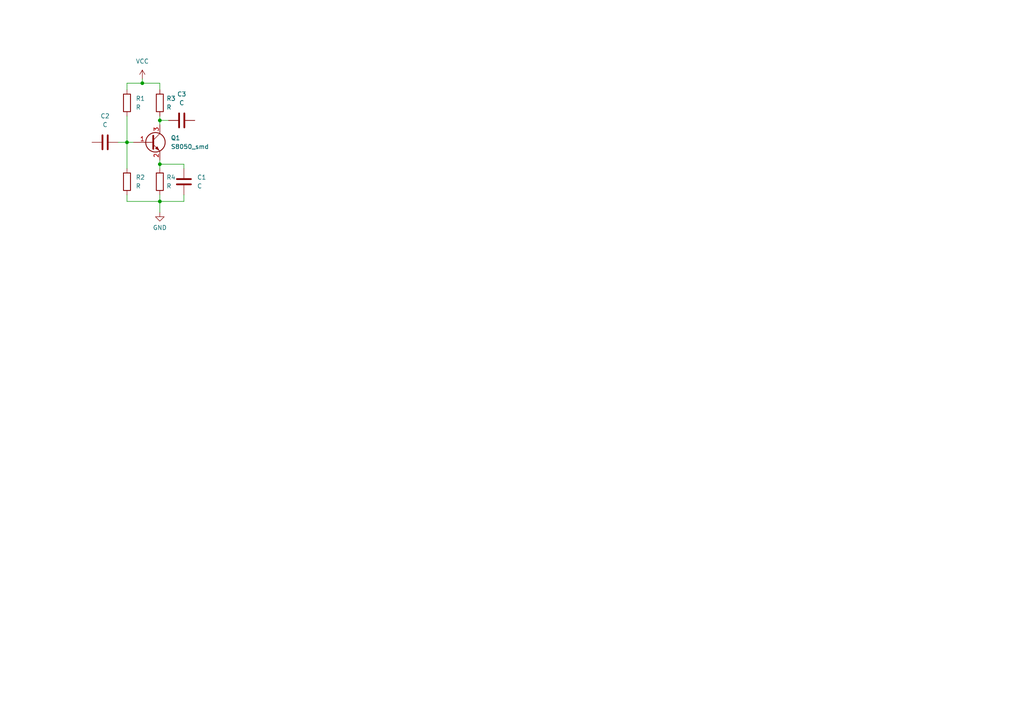
<source format=kicad_sch>
(kicad_sch (version 20231120) (generator "eeschema") (generator_version "8.0")
  (paper "A4")
  (lib_symbols
    (symbol "Connector_Generic:Conn_01x10" (pin_names (offset 1.016) hide)
      (property "Reference" "J" (at 0 12.7 0))
      (property "Value" "Conn_01x10" (at 0 -15.24 0))
      (symbol "Conn_01x10_1_1"
        (rectangle (start -1.27 -12.573) (end 0 -12.827) (stroke (width 0.1524)))
        (rectangle (start -1.27 -10.033) (end 0 -10.287) (stroke (width 0.1524)))
        (rectangle (start -1.27 -7.493) (end 0 -7.747) (stroke (width 0.1524)))
        (rectangle (start -1.27 -4.953) (end 0 -5.207) (stroke (width 0.1524)))
        (rectangle (start -1.27 -2.413) (end 0 -2.667) (stroke (width 0.1524)))
        (rectangle (start -1.27 0.127) (end 0 -0.127) (stroke (width 0.1524)))
        (rectangle (start -1.27 2.667) (end 0 2.413) (stroke (width 0.1524)))
        (rectangle (start -1.27 5.207) (end 0 4.953) (stroke (width 0.1524)))
        (rectangle (start -1.27 7.747) (end 0 7.493) (stroke (width 0.1524)))
        (rectangle (start -1.27 10.287) (end 0 10.033) (stroke (width 0.1524)))
        (rectangle (start -1.27 11.43) (end 1.27 -13.97) (stroke (width 0.254)) (fill (type background)))
        (pin passive line (at -5.08 10.16 0) (length 3.81) (name "Pin_1") (number "1"))
        (pin passive line (at -5.08 -12.7 0) (length 3.81) (name "Pin_10") (number "10"))
        (pin passive line (at -5.08 7.62 0) (length 3.81) (name "Pin_2") (number "2"))
        (pin passive line (at -5.08 5.08 0) (length 3.81) (name "Pin_3") (number "3"))
        (pin passive line (at -5.08 2.54 0) (length 3.81) (name "Pin_4") (number "4"))
        (pin passive line (at -5.08 0 0) (length 3.81) (name "Pin_5") (number "5"))
        (pin passive line (at -5.08 -2.54 0) (length 3.81) (name "Pin_6") (number "6"))
        (pin passive line (at -5.08 -5.08 0) (length 3.81) (name "Pin_7") (number "7"))
        (pin passive line (at -5.08 -7.62 0) (length 3.81) (name "Pin_8") (number "8"))
        (pin passive line (at -5.08 -10.16 0) (length 3.81) (name "Pin_9") (number "9"))
      )
    )
    (symbol "Device:C" (pin_numbers hide) (pin_names (offset 0.254))
      (property "Reference" "C" (at 0.635 2.54 0))
      (property "Value" "C" (at 0.635 -2.54 0))
      (symbol "C_0_1"
        (polyline (pts (xy -2.032 -0.762) (xy 2.032 -0.762)) (stroke (width 0.508)))
        (polyline (pts (xy -2.032 0.762) (xy 2.032 0.762)) (stroke (width 0.508)))
      )
      (symbol "C_1_1"
        (pin passive line (at 0 3.81 270) (length 2.794) (name "~") (number "1"))
        (pin passive line (at 0 -3.81 90) (length 2.794) (name "~") (number "2"))
      )
    )
    (symbol "Device:R" (pin_numbers hide) (pin_names (offset 0))
      (property "Reference" "R" (at 2.032 0 90))
      (property "Value" "R" (at 0 0 90))
      (symbol "R_0_1"
        (rectangle (start -1.016 -2.54) (end 1.016 2.54) (stroke (width 0.254)))
      )
      (symbol "R_1_1"
        (pin passive line (at 0 3.81 270) (length 1.27) (name "~") (number "1"))
        (pin passive line (at 0 -3.81 90) (length 1.27) (name "~") (number "2"))
      )
    )
    (symbol "aadhunix:S8050_smd" (pin_names (offset 0) hide)
      (property "Reference" "Q" (at 5.08 1.905 0))
      (property "Value" "S8050_smd" (at 5.08 0 0))
      (symbol "S8050_smd_0_1"
        (polyline (pts (xy 0 0) (xy 0.635 0)))
        (polyline (pts (xy 0.635 0.635) (xy 2.54 2.54)))
        (polyline (pts (xy 0.635 -0.635) (xy 2.54 -2.54) (xy 2.54 -2.54)))
        (polyline (pts (xy 0.635 1.905) (xy 0.635 -1.905) (xy 0.635 -1.905)) (stroke (width 0.508)))
        (polyline (pts (xy 1.27 -1.778) (xy 1.778 -1.27) (xy 2.286 -2.286) (xy 1.27 -1.778) (xy 1.27 -1.778)) (fill (type outline)))
        (circle (center 1.27 0) (radius 2.8194) (stroke (width 0.254)))
      )
      (symbol "S8050_smd_1_1"
        (pin input line (at -5.08 0 0) (length 5.08) (name "B") (number "1"))
        (pin passive line (at 2.54 -5.08 90) (length 2.54) (name "E") (number "2"))
        (pin passive line (at 2.54 5.08 270) (length 2.54) (name "C") (number "3"))
      )
    )
    (symbol "power:GND" (power) (pin_numbers hide) (pin_names (offset 0) hide)
      (property "Value" "GND" (at 0 -3.81 0))
      (symbol "GND_0_1"
        (polyline (pts (xy 0 0) (xy 0 -1.27) (xy 1.27 -1.27) (xy 0 -2.54) (xy -1.27 -1.27) (xy 0 -1.27)))
      )
      (symbol "GND_1_1"
        (pin power_in line (at 0 0 270) (length 0) (name "~") (number "1"))
      )
    )
    (symbol "power:VCC" (power) (pin_numbers hide) (pin_names (offset 0) hide)
      (property "Value" "VCC" (at 0 3.556 0))
      (symbol "VCC_0_1"
        (polyline (pts (xy -0.762 1.27) (xy 0 2.54)))
        (polyline (pts (xy 0 0) (xy 0 2.54)))
        (polyline (pts (xy 0 2.54) (xy 0.762 1.27)))
      )
      (symbol "VCC_1_1"
        (pin power_in line (at 0 0 90) (length 0) (name "~") (number "1"))
      )
    )
  )
  (junction (at 46.355 58.42))
  (junction (at 36.83 41.275))
  (junction (at 46.355 47.625))
  (junction (at 46.355 34.925))
  (junction (at 41.275 24.13))
  (wire (pts (xy 46.355 58.42) (xy 53.34 58.42)))
  (wire (pts (xy 41.275 24.13) (xy 46.355 24.13)))
  (wire (pts (xy 36.83 41.275) (xy 38.735 41.275)))
  (wire (pts (xy 46.355 47.625) (xy 53.34 47.625)))
  (wire (pts (xy 36.83 56.515) (xy 36.83 58.42)))
  (wire (pts (xy 46.355 34.925) (xy 48.895 34.925)))
  (wire (pts (xy 36.83 41.275) (xy 36.83 48.895)))
  (wire (pts (xy 46.355 46.355) (xy 46.355 47.625)))
  (wire (pts (xy 36.83 24.13) (xy 41.275 24.13)))
  (wire (pts (xy 46.355 24.13) (xy 46.355 26.035)))
  (wire (pts (xy 46.355 56.515) (xy 46.355 58.42)))
  (wire (pts (xy 53.34 47.625) (xy 53.34 48.895)))
  (wire (pts (xy 41.275 22.86) (xy 41.275 24.13)))
  (wire (pts (xy 46.355 33.655) (xy 46.355 34.925)))
  (wire (pts (xy 36.83 26.035) (xy 36.83 24.13)))
  (wire (pts (xy 53.34 58.42) (xy 53.34 56.515)))
  (wire (pts (xy 36.83 58.42) (xy 46.355 58.42)))
  (wire (pts (xy 46.355 34.925) (xy 46.355 36.195)))
  (wire (pts (xy 36.83 33.655) (xy 36.83 41.275)))
  (wire (pts (xy 46.355 58.42) (xy 46.355 61.595)))
  (wire (pts (xy 34.29 41.275) (xy 36.83 41.275)))
  (wire (pts (xy 46.355 47.625) (xy 46.355 48.895)))
  (rectangle (start -227.965 -1.27) (end -110.49 570.23) (fill (type color) (color 194 194 194 1)))
  (symbol (lib_id "Connector_Generic:Conn_01x10") (at -139.065 400.685 90) (unit 1) (exclude_from_sim yes) (in_bom no)
    (property "Reference" "J109" (at -137.795 394.335 90))
    (property "Value" "Conn_01x10" (at -137.795 396.875 90))
    (property "Footprint" "perfboard_x1:mypad_100_plain" (effects (hide yes)))
    (property "Description" "Generic connector, single row, 01x10, script generated (kicad-library-utils/schlib/autogen/connector/)" (effects (hide yes)))
  )
  (symbol (lib_id "Connector_Generic:Conn_01x10") (at -137.795 524.51 90) (unit 1) (exclude_from_sim yes) (in_bom no)
    (property "Reference" "J118" (at -136.525 518.16 90))
    (property "Value" "Conn_01x10" (at -136.525 520.7 90))
    (property "Footprint" "perfboard_x1:mypad_100_plain" (effects (hide yes)))
    (property "Description" "Generic connector, single row, 01x10, script generated (kicad-library-utils/schlib/autogen/connector/)" (effects (hide yes)))
  )
  (symbol (lib_id "Connector_Generic:Conn_01x10") (at -142.24 85.09 90) (unit 1) (exclude_from_sim yes) (in_bom no)
    (property "Reference" "J86" (at -140.97 78.74 90))
    (property "Value" "Conn_01x10" (at -140.97 81.28 90))
    (property "Footprint" "perfboard_x1:mypad_100_plain" (effects (hide yes)))
    (property "Description" "Generic connector, single row, 01x10, script generated (kicad-library-utils/schlib/autogen/connector/)" (effects (hide yes)))
  )
  (symbol (lib_id "Connector_Generic:Conn_01x10") (at -140.335 304.165 90) (unit 1) (exclude_from_sim yes) (in_bom no)
    (property "Reference" "J102" (at -139.065 297.815 90))
    (property "Value" "Conn_01x10" (at -139.065 300.355 90))
    (property "Footprint" "perfboard_x1:mypad_100_plain" (effects (hide yes)))
    (property "Description" "Generic connector, single row, 01x10, script generated (kicad-library-utils/schlib/autogen/connector/)" (effects (hide yes)))
  )
  (symbol (lib_id "Connector_Generic:Conn_01x10") (at -170.815 153.67 90) (unit 1) (exclude_from_sim yes) (in_bom no)
    (property "Reference" "J51" (at -169.545 147.32 90))
    (property "Value" "Conn_01x10" (at -169.545 149.86 90))
    (property "Footprint" "perfboard_x1:mypad_100_plain" (effects (hide yes)))
    (property "Description" "Generic connector, single row, 01x10, script generated (kicad-library-utils/schlib/autogen/connector/)" (effects (hide yes)))
  )
  (symbol (lib_id "Connector_Generic:Conn_01x10") (at -167.64 509.905 90) (unit 1) (exclude_from_sim yes) (in_bom no)
    (property "Reference" "J77" (at -166.37 503.555 90))
    (property "Value" "Conn_01x10" (at -166.37 506.095 90))
    (property "Footprint" "perfboard_x1:mypad_100_plain" (effects (hide yes)))
    (property "Description" "Generic connector, single row, 01x10, script generated (kicad-library-utils/schlib/autogen/connector/)" (effects (hide yes)))
  )
  (symbol (lib_id "Connector_Generic:Conn_01x10") (at -167.64 495.935 90) (unit 1) (exclude_from_sim yes) (in_bom no)
    (property "Reference" "J76" (at -166.37 489.585 90))
    (property "Value" "Conn_01x10" (at -166.37 492.125 90))
    (property "Footprint" "perfboard_x1:mypad_100_plain" (effects (hide yes)))
    (property "Description" "Generic connector, single row, 01x10, script generated (kicad-library-utils/schlib/autogen/connector/)" (effects (hide yes)))
  )
  (symbol (lib_id "Connector_Generic:Conn_01x10") (at -142.24 71.755 90) (unit 1) (exclude_from_sim yes) (in_bom no)
    (property "Reference" "J85" (at -140.97 65.405 90))
    (property "Value" "Conn_01x10" (at -140.97 67.945 90))
    (property "Footprint" "perfboard_x1:mypad_100_plain" (effects (hide yes)))
    (property "Description" "Generic connector, single row, 01x10, script generated (kicad-library-utils/schlib/autogen/connector/)" (effects (hide yes)))
  )
  (symbol (lib_id "Connector_Generic:Conn_01x10") (at -139.7 386.715 90) (unit 1) (exclude_from_sim yes) (in_bom no)
    (property "Reference" "J108" (at -138.43 380.365 90))
    (property "Value" "Conn_01x10" (at -138.43 382.905 90))
    (property "Footprint" "perfboard_x1:mypad_100_plain" (effects (hide yes)))
    (property "Description" "Generic connector, single row, 01x10, script generated (kicad-library-utils/schlib/autogen/connector/)" (effects (hide yes)))
  )
  (symbol (lib_id "Connector_Generic:Conn_01x10") (at -170.18 236.22 90) (unit 1) (exclude_from_sim yes) (in_bom no)
    (property "Reference" "J57" (at -168.91 229.87 90))
    (property "Value" "Conn_01x10" (at -168.91 232.41 90))
    (property "Footprint" "perfboard_x1:mypad_100_plain" (effects (hide yes)))
    (property "Description" "Generic connector, single row, 01x10, script generated (kicad-library-utils/schlib/autogen/connector/)" (effects (hide yes)))
  )
  (symbol (lib_id "Connector_Generic:Conn_01x10") (at -199.39 262.89 90) (unit 1) (exclude_from_sim yes) (in_bom no)
    (property "Reference" "J19" (at -198.12 256.54 90))
    (property "Value" "Conn_01x10" (at -198.12 259.08 90))
    (property "Footprint" "perfboard_x1:mypad_100_plain" (effects (hide yes)))
    (property "Description" "Generic connector, single row, 01x10, script generated (kicad-library-utils/schlib/autogen/connector/)" (effects (hide yes)))
  )
  (symbol (lib_id "Connector_Generic:Conn_01x10") (at -199.39 194.945 90) (unit 1) (exclude_from_sim yes) (in_bom no)
    (property "Reference" "J14" (at -198.12 188.595 90))
    (property "Value" "Conn_01x10" (at -198.12 191.135 90))
    (property "Footprint" "perfboard_x1:mypad_100_plain" (effects (hide yes)))
    (property "Description" "Generic connector, single row, 01x10, script generated (kicad-library-utils/schlib/autogen/connector/)" (effects (hide yes)))
  )
  (symbol (lib_id "Device:R") (at 46.355 29.845 0) (unit 1)
    (property "Reference" "R3" (at 48.26 28.5749 0) (effects (justify left)))
    (property "Value" "R" (at 48.26 31.1149 0) (effects (justify left)))
    (property "Footprint" "Resistor_SMD:R_1206_3216Metric" (effects (hide yes)))
    (property "Description" "Resistor" (effects (hide yes)))
  )
  (symbol (lib_id "Connector_Generic:Conn_01x10") (at -197.485 427.355 90) (unit 1) (exclude_from_sim yes) (in_bom no)
    (property "Reference" "J31" (at -196.215 421.005 90))
    (property "Value" "Conn_01x10" (at -196.215 423.545 90))
    (property "Footprint" "perfboard_x1:mypad_100_plain" (effects (hide yes)))
    (property "Description" "Generic connector, single row, 01x10, script generated (kicad-library-utils/schlib/autogen/connector/)" (effects (hide yes)))
  )
  (symbol (lib_id "Connector_Generic:Conn_01x10") (at -196.85 482.6 90) (unit 1) (exclude_from_sim yes) (in_bom no)
    (property "Reference" "J35" (at -195.58 476.25 90))
    (property "Value" "Conn_01x10" (at -195.58 478.79 90))
    (property "Footprint" "perfboard_x1:mypad_100_plain" (effects (hide yes)))
    (property "Description" "Generic connector, single row, 01x10, script generated (kicad-library-utils/schlib/autogen/connector/)" (effects (hide yes)))
  )
  (symbol (lib_id "Connector_Generic:Conn_01x10") (at -199.39 208.28 90) (unit 1) (exclude_from_sim yes) (in_bom no)
    (property "Reference" "J15" (at -198.12 201.93 90))
    (property "Value" "Conn_01x10" (at -198.12 204.47 90))
    (property "Footprint" "perfboard_x1:mypad_100_plain" (effects (hide yes)))
    (property "Description" "Generic connector, single row, 01x10, script generated (kicad-library-utils/schlib/autogen/connector/)" (effects (hide yes)))
  )
  (symbol (lib_id "Connector_Generic:Conn_01x10") (at -199.39 236.22 90) (unit 1) (exclude_from_sim yes) (in_bom no)
    (property "Reference" "J17" (at -198.12 229.87 90))
    (property "Value" "Conn_01x10" (at -198.12 232.41 90))
    (property "Footprint" "perfboard_x1:mypad_100_plain" (effects (hide yes)))
    (property "Description" "Generic connector, single row, 01x10, script generated (kicad-library-utils/schlib/autogen/connector/)" (effects (hide yes)))
  )
  (symbol (lib_id "Connector_Generic:Conn_01x10") (at -172.085 30.48 90) (unit 1) (exclude_from_sim yes) (in_bom no)
    (property "Reference" "J42" (at -170.815 24.13 90))
    (property "Value" "Conn_01x10" (at -170.815 26.67 90))
    (property "Footprint" "perfboard_x1:mypad_100_plain" (effects (hide yes)))
    (property "Description" "Generic connector, single row, 01x10, script generated (kicad-library-utils/schlib/autogen/connector/)" (effects (hide yes)))
  )
  (symbol (lib_id "Connector_Generic:Conn_01x10") (at -196.215 537.845 90) (unit 1) (exclude_from_sim yes) (in_bom no)
    (property "Reference" "J39" (at -194.945 531.495 90))
    (property "Value" "Conn_01x10" (at -194.945 534.035 90))
    (property "Footprint" "perfboard_x1:mypad_100_plain" (effects (hide yes)))
    (property "Description" "Generic connector, single row, 01x10, script generated (kicad-library-utils/schlib/autogen/connector/)" (effects (hide yes)))
  )
  (symbol (lib_id "Connector_Generic:Conn_01x10") (at -139.065 455.295 90) (unit 1) (exclude_from_sim yes) (in_bom no)
    (property "Reference" "J113" (at -137.795 448.945 90))
    (property "Value" "Conn_01x10" (at -137.795 451.485 90))
    (property "Footprint" "perfboard_x1:mypad_100_plain" (effects (hide yes)))
    (property "Description" "Generic connector, single row, 01x10, script generated (kicad-library-utils/schlib/autogen/connector/)" (effects (hide yes)))
  )
  (symbol (lib_id "Connector_Generic:Conn_01x10") (at -201.295 43.815 90) (unit 1) (exclude_from_sim yes) (in_bom no)
    (property "Reference" "J3" (at -200.025 37.465 90))
    (property "Value" "Conn_01x10" (at -200.025 40.005 90))
    (property "Footprint" "perfboard_x1:mypad_100_plain" (effects (hide yes)))
    (property "Description" "Generic connector, single row, 01x10, script generated (kicad-library-utils/schlib/autogen/connector/)" (effects (hide yes)))
  )
  (symbol (lib_id "Connector_Generic:Conn_01x10") (at -197.485 414.02 90) (unit 1) (exclude_from_sim yes) (in_bom no)
    (property "Reference" "J30" (at -196.215 407.67 90))
    (property "Value" "Conn_01x10" (at -196.215 410.21 90))
    (property "Footprint" "perfboard_x1:mypad_100_plain" (effects (hide yes)))
    (property "Description" "Generic connector, single row, 01x10, script generated (kicad-library-utils/schlib/autogen/connector/)" (effects (hide yes)))
  )
  (symbol (lib_id "Connector_Generic:Conn_01x10") (at -141.605 127 90) (unit 1) (exclude_from_sim yes) (in_bom no)
    (property "Reference" "J89" (at -140.335 120.65 90))
    (property "Value" "Conn_01x10" (at -140.335 123.19 90))
    (property "Footprint" "perfboard_x1:mypad_100_plain" (effects (hide yes)))
    (property "Description" "Generic connector, single row, 01x10, script generated (kicad-library-utils/schlib/autogen/connector/)" (effects (hide yes)))
  )
  (symbol (lib_id "Connector_Generic:Conn_01x10") (at -168.91 359.41 90) (unit 1) (exclude_from_sim yes) (in_bom no)
    (property "Reference" "J66" (at -167.64 353.06 90))
    (property "Value" "Conn_01x10" (at -167.64 355.6 90))
    (property "Footprint" "perfboard_x1:mypad_100_plain" (effects (hide yes)))
    (property "Description" "Generic connector, single row, 01x10, script generated (kicad-library-utils/schlib/autogen/connector/)" (effects (hide yes)))
  )
  (symbol (lib_id "Connector_Generic:Conn_01x10") (at -167.64 482.6 90) (unit 1) (exclude_from_sim yes) (in_bom no)
    (property "Reference" "J75" (at -166.37 476.25 90))
    (property "Value" "Conn_01x10" (at -166.37 478.79 90))
    (property "Footprint" "perfboard_x1:mypad_100_plain" (effects (hide yes)))
    (property "Description" "Generic connector, single row, 01x10, script generated (kicad-library-utils/schlib/autogen/connector/)" (effects (hide yes)))
  )
  (symbol (lib_id "Connector_Generic:Conn_01x10") (at -138.43 509.905 90) (unit 1) (exclude_from_sim yes) (in_bom no)
    (property "Reference" "J117" (at -137.16 503.555 90))
    (property "Value" "Conn_01x10" (at -137.16 506.095 90))
    (property "Footprint" "perfboard_x1:mypad_100_plain" (effects (hide yes)))
    (property "Description" "Generic connector, single row, 01x10, script generated (kicad-library-utils/schlib/autogen/connector/)" (effects (hide yes)))
  )
  (symbol (lib_id "Connector_Generic:Conn_01x10") (at -169.545 331.47 90) (unit 1) (exclude_from_sim yes) (in_bom no)
    (property "Reference" "J64" (at -168.275 325.12 90))
    (property "Value" "Conn_01x10" (at -168.275 327.66 90))
    (property "Footprint" "perfboard_x1:mypad_100_plain" (effects (hide yes)))
    (property "Description" "Generic connector, single row, 01x10, script generated (kicad-library-utils/schlib/autogen/connector/)" (effects (hide yes)))
  )
  (symbol (lib_id "Connector_Generic:Conn_01x10") (at -170.18 276.86 90) (unit 1) (exclude_from_sim yes) (in_bom no)
    (property "Reference" "J60" (at -168.91 270.51 90))
    (property "Value" "Conn_01x10" (at -168.91 273.05 90))
    (property "Footprint" "perfboard_x1:mypad_100_plain" (effects (hide yes)))
    (property "Description" "Generic connector, single row, 01x10, script generated (kicad-library-utils/schlib/autogen/connector/)" (effects (hide yes)))
  )
  (symbol (lib_id "Connector_Generic:Conn_01x10") (at -168.91 372.745 90) (unit 1) (exclude_from_sim yes) (in_bom no)
    (property "Reference" "J67" (at -167.64 366.395 90))
    (property "Value" "Conn_01x10" (at -167.64 368.935 90))
    (property "Footprint" "perfboard_x1:mypad_100_plain" (effects (hide yes)))
    (property "Description" "Generic connector, single row, 01x10, script generated (kicad-library-utils/schlib/autogen/connector/)" (effects (hide yes)))
  )
  (symbol (lib_id "Connector_Generic:Conn_01x10") (at -170.18 181.61 90) (unit 1) (exclude_from_sim yes) (in_bom no)
    (property "Reference" "J53" (at -168.91 175.26 90))
    (property "Value" "Conn_01x10" (at -168.91 177.8 90))
    (property "Footprint" "perfboard_x1:mypad_100_plain" (effects (hide yes)))
    (property "Description" "Generic connector, single row, 01x10, script generated (kicad-library-utils/schlib/autogen/connector/)" (effects (hide yes)))
  )
  (symbol (lib_id "Connector_Generic:Conn_01x10") (at -167.005 524.51 90) (unit 1) (exclude_from_sim yes) (in_bom no)
    (property "Reference" "J78" (at -165.735 518.16 90))
    (property "Value" "Conn_01x10" (at -165.735 520.7 90))
    (property "Footprint" "perfboard_x1:mypad_100_plain" (effects (hide yes)))
    (property "Description" "Generic connector, single row, 01x10, script generated (kicad-library-utils/schlib/autogen/connector/)" (effects (hide yes)))
  )
  (symbol (lib_id "Device:R") (at 36.83 29.845 0) (unit 1)
    (property "Reference" "R1" (at 39.37 28.5749 0) (effects (justify left)))
    (property "Value" "R" (at 39.37 31.1149 0) (effects (justify left)))
    (property "Footprint" "Resistor_SMD:R_1206_3216Metric" (effects (hide yes)))
    (property "Description" "Resistor" (effects (hide yes)))
  )
  (symbol (lib_id "Connector_Generic:Conn_01x10") (at -140.335 290.83 90) (unit 1) (exclude_from_sim yes) (in_bom no)
    (property "Reference" "J101" (at -139.065 284.48 90))
    (property "Value" "Conn_01x10" (at -139.065 287.02 90))
    (property "Footprint" "perfboard_x1:mypad_100_plain" (effects (hide yes)))
    (property "Description" "Generic connector, single row, 01x10, script generated (kicad-library-utils/schlib/autogen/connector/)" (effects (hide yes)))
  )
  (symbol (lib_id "Connector_Generic:Conn_01x10") (at -167.64 469.265 90) (unit 1) (exclude_from_sim yes) (in_bom no)
    (property "Reference" "J74" (at -166.37 462.915 90))
    (property "Value" "Conn_01x10" (at -166.37 465.455 90))
    (property "Footprint" "perfboard_x1:mypad_100_plain" (effects (hide yes)))
    (property "Description" "Generic connector, single row, 01x10, script generated (kicad-library-utils/schlib/autogen/connector/)" (effects (hide yes)))
  )
  (symbol (lib_id "Connector_Generic:Conn_01x10") (at -198.755 304.165 90) (unit 1) (exclude_from_sim yes) (in_bom no)
    (property "Reference" "J22" (at -197.485 297.815 90))
    (property "Value" "Conn_01x10" (at -197.485 300.355 90))
    (property "Footprint" "perfboard_x1:mypad_100_plain" (effects (hide yes)))
    (property "Description" "Generic connector, single row, 01x10, script generated (kicad-library-utils/schlib/autogen/connector/)" (effects (hide yes)))
  )
  (symbol (lib_id "Connector_Generic:Conn_01x10") (at -168.275 414.02 90) (unit 1) (exclude_from_sim yes) (in_bom no)
    (property "Reference" "J70" (at -167.005 407.67 90))
    (property "Value" "Conn_01x10" (at -167.005 410.21 90))
    (property "Footprint" "perfboard_x1:mypad_100_plain" (effects (hide yes)))
    (property "Description" "Generic connector, single row, 01x10, script generated (kicad-library-utils/schlib/autogen/connector/)" (effects (hide yes)))
  )
  (symbol (lib_id "Connector_Generic:Conn_01x10") (at -140.97 194.945 90) (unit 1) (exclude_from_sim yes) (in_bom no)
    (property "Reference" "J94" (at -139.7 188.595 90))
    (property "Value" "Conn_01x10" (at -139.7 191.135 90))
    (property "Footprint" "perfboard_x1:mypad_100_plain" (effects (hide yes)))
    (property "Description" "Generic connector, single row, 01x10, script generated (kicad-library-utils/schlib/autogen/connector/)" (effects (hide yes)))
  )
  (symbol (lib_id "Connector_Generic:Conn_01x10") (at -139.065 441.325 90) (unit 1) (exclude_from_sim yes) (in_bom no)
    (property "Reference" "J112" (at -137.795 434.975 90))
    (property "Value" "Conn_01x10" (at -137.795 437.515 90))
    (property "Footprint" "perfboard_x1:mypad_100_plain" (effects (hide yes)))
    (property "Description" "Generic connector, single row, 01x10, script generated (kicad-library-utils/schlib/autogen/connector/)" (effects (hide yes)))
  )
  (symbol (lib_id "Connector_Generic:Conn_01x10") (at -196.85 469.265 90) (unit 1) (exclude_from_sim yes) (in_bom no)
    (property "Reference" "J34" (at -195.58 462.915 90))
    (property "Value" "Conn_01x10" (at -195.58 465.455 90))
    (property "Footprint" "perfboard_x1:mypad_100_plain" (effects (hide yes)))
    (property "Description" "Generic connector, single row, 01x10, script generated (kicad-library-utils/schlib/autogen/connector/)" (effects (hide yes)))
  )
  (symbol (lib_id "Connector_Generic:Conn_01x10") (at -140.97 262.89 90) (unit 1) (exclude_from_sim yes) (in_bom no)
    (property "Reference" "J99" (at -139.7 256.54 90))
    (property "Value" "Conn_01x10" (at -139.7 259.08 90))
    (property "Footprint" "perfboard_x1:mypad_100_plain" (effects (hide yes)))
    (property "Description" "Generic connector, single row, 01x10, script generated (kicad-library-utils/schlib/autogen/connector/)" (effects (hide yes)))
  )
  (symbol (lib_id "Connector_Generic:Conn_01x10") (at -197.485 441.325 90) (unit 1) (exclude_from_sim yes) (in_bom no)
    (property "Reference" "J32" (at -196.215 434.975 90))
    (property "Value" "Conn_01x10" (at -196.215 437.515 90))
    (property "Footprint" "perfboard_x1:mypad_100_plain" (effects (hide yes)))
    (property "Description" "Generic connector, single row, 01x10, script generated (kicad-library-utils/schlib/autogen/connector/)" (effects (hide yes)))
  )
  (symbol (lib_id "Connector_Generic:Conn_01x10") (at -200.66 71.755 90) (unit 1) (exclude_from_sim yes) (in_bom no)
    (property "Reference" "J5" (at -199.39 65.405 90))
    (property "Value" "Conn_01x10" (at -199.39 67.945 90))
    (property "Footprint" "perfboard_x1:mypad_100_plain" (effects (hide yes)))
    (property "Description" "Generic connector, single row, 01x10, script generated (kicad-library-utils/schlib/autogen/connector/)" (effects (hide yes)))
  )
  (symbol (lib_id "Connector_Generic:Conn_01x10") (at -201.295 17.145 90) (unit 1) (exclude_from_sim yes) (in_bom no)
    (property "Reference" "J1" (at -200.025 10.795 90))
    (property "Value" "Conn_01x10" (at -200.025 13.335 90))
    (property "Footprint" "perfboard_x1:mypad_100_plain" (effects (hide yes)))
    (property "Description" "Generic connector, single row, 01x10, script generated (kicad-library-utils/schlib/autogen/connector/)" (effects (hide yes)))
  )
  (symbol (lib_id "Connector_Generic:Conn_01x10") (at -197.485 400.685 90) (unit 1) (exclude_from_sim yes) (in_bom no)
    (property "Reference" "J29" (at -196.215 394.335 90))
    (property "Value" "Conn_01x10" (at -196.215 396.875 90))
    (property "Footprint" "perfboard_x1:mypad_100_plain" (effects (hide yes)))
    (property "Description" "Generic connector, single row, 01x10, script generated (kicad-library-utils/schlib/autogen/connector/)" (effects (hide yes)))
  )
  (symbol (lib_id "Device:C") (at 53.34 52.705 0) (unit 1)
    (property "Reference" "C1" (at 57.15 51.4349 0) (effects (justify left)))
    (property "Value" "C" (at 57.15 53.9749 0) (effects (justify left)))
    (property "Footprint" "Capacitor_SMD:C_1206_3216Metric" (effects (hide yes)))
    (property "Description" "Unpolarized capacitor" (effects (hide yes)))
  )
  (symbol (lib_id "Connector_Generic:Conn_01x10") (at -168.91 386.715 90) (unit 1) (exclude_from_sim yes) (in_bom no)
    (property "Reference" "J68" (at -167.64 380.365 90))
    (property "Value" "Conn_01x10" (at -167.64 382.905 90))
    (property "Footprint" "perfboard_x1:mypad_100_plain" (effects (hide yes)))
    (property "Description" "Generic connector, single row, 01x10, script generated (kicad-library-utils/schlib/autogen/connector/)" (effects (hide yes)))
  )
  (symbol (lib_id "Connector_Generic:Conn_01x10") (at -170.18 249.555 90) (unit 1) (exclude_from_sim yes) (in_bom no)
    (property "Reference" "J58" (at -168.91 243.205 90))
    (property "Value" "Conn_01x10" (at -168.91 245.745 90))
    (property "Footprint" "perfboard_x1:mypad_100_plain" (effects (hide yes)))
    (property "Description" "Generic connector, single row, 01x10, script generated (kicad-library-utils/schlib/autogen/connector/)" (effects (hide yes)))
  )
  (symbol (lib_id "Connector_Generic:Conn_01x10") (at -196.85 495.935 90) (unit 1) (exclude_from_sim yes) (in_bom no)
    (property "Reference" "J36" (at -195.58 489.585 90))
    (property "Value" "Conn_01x10" (at -195.58 492.125 90))
    (property "Footprint" "perfboard_x1:mypad_100_plain" (effects (hide yes)))
    (property "Description" "Generic connector, single row, 01x10, script generated (kicad-library-utils/schlib/autogen/connector/)" (effects (hide yes)))
  )
  (symbol (lib_id "Connector_Generic:Conn_01x10") (at -140.97 181.61 90) (unit 1) (exclude_from_sim yes) (in_bom no)
    (property "Reference" "J93" (at -139.7 175.26 90))
    (property "Value" "Conn_01x10" (at -139.7 177.8 90))
    (property "Footprint" "perfboard_x1:mypad_100_plain" (effects (hide yes)))
    (property "Description" "Generic connector, single row, 01x10, script generated (kicad-library-utils/schlib/autogen/connector/)" (effects (hide yes)))
  )
  (symbol (lib_id "Connector_Generic:Conn_01x10") (at -198.12 359.41 90) (unit 1) (exclude_from_sim yes) (in_bom no)
    (property "Reference" "J26" (at -196.85 353.06 90))
    (property "Value" "Conn_01x10" (at -196.85 355.6 90))
    (property "Footprint" "perfboard_x1:mypad_100_plain" (effects (hide yes)))
    (property "Description" "Generic connector, single row, 01x10, script generated (kicad-library-utils/schlib/autogen/connector/)" (effects (hide yes)))
  )
  (symbol (lib_id "Connector_Generic:Conn_01x10") (at -142.875 57.785 90) (unit 1) (exclude_from_sim yes) (in_bom no)
    (property "Reference" "J84" (at -141.605 51.435 90))
    (property "Value" "Conn_01x10" (at -141.605 53.975 90))
    (property "Footprint" "perfboard_x1:mypad_100_plain" (effects (hide yes)))
    (property "Description" "Generic connector, single row, 01x10, script generated (kicad-library-utils/schlib/autogen/connector/)" (effects (hide yes)))
  )
  (symbol (lib_id "Connector_Generic:Conn_01x10") (at -168.91 346.075 90) (unit 1) (exclude_from_sim yes) (in_bom no)
    (property "Reference" "J65" (at -167.64 339.725 90))
    (property "Value" "Conn_01x10" (at -167.64 342.265 90))
    (property "Footprint" "perfboard_x1:mypad_100_plain" (effects (hide yes)))
    (property "Description" "Generic connector, single row, 01x10, script generated (kicad-library-utils/schlib/autogen/connector/)" (effects (hide yes)))
  )
  (symbol (lib_id "Connector_Generic:Conn_01x10") (at -199.39 276.86 90) (unit 1) (exclude_from_sim yes) (in_bom no)
    (property "Reference" "J20" (at -198.12 270.51 90))
    (property "Value" "Conn_01x10" (at -198.12 273.05 90))
    (property "Footprint" "perfboard_x1:mypad_100_plain" (effects (hide yes)))
    (property "Description" "Generic connector, single row, 01x10, script generated (kicad-library-utils/schlib/autogen/connector/)" (effects (hide yes)))
  )
  (symbol (lib_id "Connector_Generic:Conn_01x10") (at -167.005 537.845 90) (unit 1) (exclude_from_sim yes) (in_bom no)
    (property "Reference" "J79" (at -165.735 531.495 90))
    (property "Value" "Conn_01x10" (at -165.735 534.035 90))
    (property "Footprint" "perfboard_x1:mypad_100_plain" (effects (hide yes)))
    (property "Description" "Generic connector, single row, 01x10, script generated (kicad-library-utils/schlib/autogen/connector/)" (effects (hide yes)))
  )
  (symbol (lib_id "power:GND") (at 46.355 61.595 0) (unit 1)
    (property "Reference" "#PWR01" (effects (hide yes)))
    (property "Value" "GND" (at 46.355 66.04 0))
    (property "Description" "Power symbol creates a global label with name \"GND\" , ground" (effects (hide yes)))
  )
  (symbol (lib_id "Connector_Generic:Conn_01x10") (at -198.12 346.075 90) (unit 1) (exclude_from_sim yes) (in_bom no)
    (property "Reference" "J25" (at -196.85 339.725 90))
    (property "Value" "Conn_01x10" (at -196.85 342.265 90))
    (property "Footprint" "perfboard_x1:mypad_100_plain" (effects (hide yes)))
    (property "Description" "Generic connector, single row, 01x10, script generated (kicad-library-utils/schlib/autogen/connector/)" (effects (hide yes)))
  )
  (symbol (lib_id "Connector_Generic:Conn_01x10") (at -201.295 30.48 90) (unit 1) (exclude_from_sim yes) (in_bom no)
    (property "Reference" "J2" (at -200.025 24.13 90))
    (property "Value" "Conn_01x10" (at -200.025 26.67 90))
    (property "Footprint" "perfboard_x1:mypad_100_plain" (effects (hide yes)))
    (property "Description" "Generic connector, single row, 01x10, script generated (kicad-library-utils/schlib/autogen/connector/)" (effects (hide yes)))
  )
  (symbol (lib_id "Connector_Generic:Conn_01x10") (at -199.39 222.25 90) (unit 1) (exclude_from_sim yes) (in_bom no)
    (property "Reference" "J16" (at -198.12 215.9 90))
    (property "Value" "Conn_01x10" (at -198.12 218.44 90))
    (property "Footprint" "perfboard_x1:mypad_100_plain" (effects (hide yes)))
    (property "Description" "Generic connector, single row, 01x10, script generated (kicad-library-utils/schlib/autogen/connector/)" (effects (hide yes)))
  )
  (symbol (lib_id "Connector_Generic:Conn_01x10") (at -198.755 290.83 90) (unit 1) (exclude_from_sim yes) (in_bom no)
    (property "Reference" "J21" (at -197.485 284.48 90))
    (property "Value" "Conn_01x10" (at -197.485 287.02 90))
    (property "Footprint" "perfboard_x1:mypad_100_plain" (effects (hide yes)))
    (property "Description" "Generic connector, single row, 01x10, script generated (kicad-library-utils/schlib/autogen/connector/)" (effects (hide yes)))
  )
  (symbol (lib_id "Connector_Generic:Conn_01x10") (at -140.97 208.28 90) (unit 1) (exclude_from_sim yes) (in_bom no)
    (property "Reference" "J95" (at -139.7 201.93 90))
    (property "Value" "Conn_01x10" (at -139.7 204.47 90))
    (property "Footprint" "perfboard_x1:mypad_100_plain" (effects (hide yes)))
    (property "Description" "Generic connector, single row, 01x10, script generated (kicad-library-utils/schlib/autogen/connector/)" (effects (hide yes)))
  )
  (symbol (lib_id "Connector_Generic:Conn_01x10") (at -171.45 85.09 90) (unit 1) (exclude_from_sim yes) (in_bom no)
    (property "Reference" "J46" (at -170.18 78.74 90))
    (property "Value" "Conn_01x10" (at -170.18 81.28 90))
    (property "Footprint" "perfboard_x1:mypad_100_plain" (effects (hide yes)))
    (property "Description" "Generic connector, single row, 01x10, script generated (kicad-library-utils/schlib/autogen/connector/)" (effects (hide yes)))
  )
  (symbol (lib_id "Device:R") (at 46.355 52.705 0) (unit 1)
    (property "Reference" "R4" (at 48.26 51.4349 0) (effects (justify left)))
    (property "Value" "R" (at 48.26 53.9749 0) (effects (justify left)))
    (property "Footprint" "Resistor_SMD:R_1206_3216Metric" (effects (hide yes)))
    (property "Description" "Resistor" (effects (hide yes)))
  )
  (symbol (lib_id "Connector_Generic:Conn_01x10") (at -142.24 98.425 90) (unit 1) (exclude_from_sim yes) (in_bom no)
    (property "Reference" "J87" (at -140.97 92.075 90))
    (property "Value" "Conn_01x10" (at -140.97 94.615 90))
    (property "Footprint" "perfboard_x1:mypad_100_plain" (effects (hide yes)))
    (property "Description" "Generic connector, single row, 01x10, script generated (kicad-library-utils/schlib/autogen/connector/)" (effects (hide yes)))
  )
  (symbol (lib_id "Connector_Generic:Conn_01x10") (at -140.335 331.47 90) (unit 1) (exclude_from_sim yes) (in_bom no)
    (property "Reference" "J104" (at -139.065 325.12 90))
    (property "Value" "Conn_01x10" (at -139.065 327.66 90))
    (property "Footprint" "perfboard_x1:mypad_100_plain" (effects (hide yes)))
    (property "Description" "Generic connector, single row, 01x10, script generated (kicad-library-utils/schlib/autogen/connector/)" (effects (hide yes)))
  )
  (symbol (lib_id "Connector_Generic:Conn_01x10") (at -140.97 222.25 90) (unit 1) (exclude_from_sim yes) (in_bom no)
    (property "Reference" "J96" (at -139.7 215.9 90))
    (property "Value" "Conn_01x10" (at -139.7 218.44 90))
    (property "Footprint" "perfboard_x1:mypad_100_plain" (effects (hide yes)))
    (property "Description" "Generic connector, single row, 01x10, script generated (kicad-library-utils/schlib/autogen/connector/)" (effects (hide yes)))
  )
  (symbol (lib_id "Connector_Generic:Conn_01x10") (at -170.815 127 90) (unit 1) (exclude_from_sim yes) (in_bom no)
    (property "Reference" "J49" (at -169.545 120.65 90))
    (property "Value" "Conn_01x10" (at -169.545 123.19 90))
    (property "Footprint" "perfboard_x1:mypad_100_plain" (effects (hide yes)))
    (property "Description" "Generic connector, single row, 01x10, script generated (kicad-library-utils/schlib/autogen/connector/)" (effects (hide yes)))
  )
  (symbol (lib_id "Connector_Generic:Conn_01x10") (at -168.275 400.685 90) (unit 1) (exclude_from_sim yes) (in_bom no)
    (property "Reference" "J69" (at -167.005 394.335 90))
    (property "Value" "Conn_01x10" (at -167.005 396.875 90))
    (property "Footprint" "perfboard_x1:mypad_100_plain" (effects (hide yes)))
    (property "Description" "Generic connector, single row, 01x10, script generated (kicad-library-utils/schlib/autogen/connector/)" (effects (hide yes)))
  )
  (symbol (lib_id "Connector_Generic:Conn_01x10") (at -142.875 30.48 90) (unit 1) (exclude_from_sim yes) (in_bom no)
    (property "Reference" "J82" (at -141.605 24.13 90))
    (property "Value" "Conn_01x10" (at -141.605 26.67 90))
    (property "Footprint" "perfboard_x1:mypad_100_plain" (effects (hide yes)))
    (property "Description" "Generic connector, single row, 01x10, script generated (kicad-library-utils/schlib/autogen/connector/)" (effects (hide yes)))
  )
  (symbol (lib_id "Connector_Generic:Conn_01x10") (at -170.815 167.64 90) (unit 1) (exclude_from_sim yes) (in_bom no)
    (property "Reference" "J52" (at -169.545 161.29 90))
    (property "Value" "Conn_01x10" (at -169.545 163.83 90))
    (property "Footprint" "perfboard_x1:mypad_100_plain" (effects (hide yes)))
    (property "Description" "Generic connector, single row, 01x10, script generated (kicad-library-utils/schlib/autogen/connector/)" (effects (hide yes)))
  )
  (symbol (lib_id "Connector_Generic:Conn_01x10") (at -140.97 276.86 90) (unit 1) (exclude_from_sim yes) (in_bom no)
    (property "Reference" "J100" (at -139.7 270.51 90))
    (property "Value" "Conn_01x10" (at -139.7 273.05 90))
    (property "Footprint" "perfboard_x1:mypad_100_plain" (effects (hide yes)))
    (property "Description" "Generic connector, single row, 01x10, script generated (kicad-library-utils/schlib/autogen/connector/)" (effects (hide yes)))
  )
  (symbol (lib_id "Connector_Generic:Conn_01x10") (at -171.45 112.395 90) (unit 1) (exclude_from_sim yes) (in_bom no)
    (property "Reference" "J48" (at -170.18 106.045 90))
    (property "Value" "Conn_01x10" (at -170.18 108.585 90))
    (property "Footprint" "perfboard_x1:mypad_100_plain" (effects (hide yes)))
    (property "Description" "Generic connector, single row, 01x10, script generated (kicad-library-utils/schlib/autogen/connector/)" (effects (hide yes)))
  )
  (symbol (lib_id "Connector_Generic:Conn_01x10") (at -169.545 317.5 90) (unit 1) (exclude_from_sim yes) (in_bom no)
    (property "Reference" "J63" (at -168.275 311.15 90))
    (property "Value" "Conn_01x10" (at -168.275 313.69 90))
    (property "Footprint" "perfboard_x1:mypad_100_plain" (effects (hide yes)))
    (property "Description" "Generic connector, single row, 01x10, script generated (kicad-library-utils/schlib/autogen/connector/)" (effects (hide yes)))
  )
  (symbol (lib_id "Connector_Generic:Conn_01x10") (at -170.18 208.28 90) (unit 1) (exclude_from_sim yes) (in_bom no)
    (property "Reference" "J55" (at -168.91 201.93 90))
    (property "Value" "Conn_01x10" (at -168.91 204.47 90))
    (property "Footprint" "perfboard_x1:mypad_100_plain" (effects (hide yes)))
    (property "Description" "Generic connector, single row, 01x10, script generated (kicad-library-utils/schlib/autogen/connector/)" (effects (hide yes)))
  )
  (symbol (lib_id "Connector_Generic:Conn_01x10") (at -167.005 551.18 90) (unit 1) (exclude_from_sim yes) (in_bom no)
    (property "Reference" "J80" (at -165.735 544.83 90))
    (property "Value" "Conn_01x10" (at -165.735 547.37 90))
    (property "Footprint" "perfboard_x1:mypad_100_plain" (effects (hide yes)))
    (property "Description" "Generic connector, single row, 01x10, script generated (kicad-library-utils/schlib/autogen/connector/)" (effects (hide yes)))
  )
  (symbol (lib_id "aadhunix:S8050_smd") (at 43.815 41.275 0) (unit 1)
    (property "Reference" "Q1" (at 49.53 40.0049 0) (effects (justify left)))
    (property "Value" "S8050_smd" (at 49.53 42.5449 0) (effects (justify left)))
    (property "Footprint" "aadhunix:SOT-23_alternate_handsoldering" (effects (hide yes)))
    (property "Datasheet" "URL Empty" (effects (hide yes)))
    (property "Description" "0.1A Ic, 30V Vce, Small Signal NPN Transistor, SOT-23" (effects (hide yes)))
  )
  (symbol (lib_id "Connector_Generic:Conn_01x10") (at -170.815 140.335 90) (unit 1) (exclude_from_sim yes) (in_bom no)
    (property "Reference" "J50" (at -169.545 133.985 90))
    (property "Value" "Conn_01x10" (at -169.545 136.525 90))
    (property "Footprint" "perfboard_x1:mypad_100_plain" (effects (hide yes)))
    (property "Description" "Generic connector, single row, 01x10, script generated (kicad-library-utils/schlib/autogen/connector/)" (effects (hide yes)))
  )
  (symbol (lib_id "Connector_Generic:Conn_01x10") (at -200.025 127 90) (unit 1) (exclude_from_sim yes) (in_bom no)
    (property "Reference" "J9" (at -198.755 120.65 90))
    (property "Value" "Conn_01x10" (at -198.755 123.19 90))
    (property "Footprint" "perfboard_x1:mypad_100_plain" (effects (hide yes)))
    (property "Description" "Generic connector, single row, 01x10, script generated (kicad-library-utils/schlib/autogen/connector/)" (effects (hide yes)))
  )
  (symbol (lib_id "Connector_Generic:Conn_01x10") (at -141.605 167.64 90) (unit 1) (exclude_from_sim yes) (in_bom no)
    (property "Reference" "J92" (at -140.335 161.29 90))
    (property "Value" "Conn_01x10" (at -140.335 163.83 90))
    (property "Footprint" "perfboard_x1:mypad_100_plain" (effects (hide yes)))
    (property "Description" "Generic connector, single row, 01x10, script generated (kicad-library-utils/schlib/autogen/connector/)" (effects (hide yes)))
  )
  (symbol (lib_id "Connector_Generic:Conn_01x10") (at -172.085 57.785 90) (unit 1) (exclude_from_sim yes) (in_bom no)
    (property "Reference" "J44" (at -170.815 51.435 90))
    (property "Value" "Conn_01x10" (at -170.815 53.975 90))
    (property "Footprint" "perfboard_x1:mypad_100_plain" (effects (hide yes)))
    (property "Description" "Generic connector, single row, 01x10, script generated (kicad-library-utils/schlib/autogen/connector/)" (effects (hide yes)))
  )
  (symbol (lib_id "Connector_Generic:Conn_01x10") (at -170.18 194.945 90) (unit 1) (exclude_from_sim yes) (in_bom no)
    (property "Reference" "J54" (at -168.91 188.595 90))
    (property "Value" "Conn_01x10" (at -168.91 191.135 90))
    (property "Footprint" "perfboard_x1:mypad_100_plain" (effects (hide yes)))
    (property "Description" "Generic connector, single row, 01x10, script generated (kicad-library-utils/schlib/autogen/connector/)" (effects (hide yes)))
  )
  (symbol (lib_id "Device:C") (at 30.48 41.275 90) (unit 1)
    (property "Reference" "C2" (at 30.48 33.655 90))
    (property "Value" "C" (at 30.48 36.195 90))
    (property "Footprint" "Capacitor_SMD:C_1206_3216Metric" (effects (hide yes)))
    (property "Description" "Unpolarized capacitor" (effects (hide yes)))
  )
  (symbol (lib_id "Connector_Generic:Conn_01x10") (at -140.97 236.22 90) (unit 1) (exclude_from_sim yes) (in_bom no)
    (property "Reference" "J97" (at -139.7 229.87 90))
    (property "Value" "Conn_01x10" (at -139.7 232.41 90))
    (property "Footprint" "perfboard_x1:mypad_100_plain" (effects (hide yes)))
    (property "Description" "Generic connector, single row, 01x10, script generated (kicad-library-utils/schlib/autogen/connector/)" (effects (hide yes)))
  )
  (symbol (lib_id "Connector_Generic:Conn_01x10") (at -199.39 181.61 90) (unit 1) (exclude_from_sim yes) (in_bom no)
    (property "Reference" "J13" (at -198.12 175.26 90))
    (property "Value" "Conn_01x10" (at -198.12 177.8 90))
    (property "Footprint" "perfboard_x1:mypad_100_plain" (effects (hide yes)))
    (property "Description" "Generic connector, single row, 01x10, script generated (kicad-library-utils/schlib/autogen/connector/)" (effects (hide yes)))
  )
  (symbol (lib_id "Connector_Generic:Conn_01x10") (at -196.85 509.905 90) (unit 1) (exclude_from_sim yes) (in_bom no)
    (property "Reference" "J37" (at -195.58 503.555 90))
    (property "Value" "Conn_01x10" (at -195.58 506.095 90))
    (property "Footprint" "perfboard_x1:mypad_100_plain" (effects (hide yes)))
    (property "Description" "Generic connector, single row, 01x10, script generated (kicad-library-utils/schlib/autogen/connector/)" (effects (hide yes)))
  )
  (symbol (lib_id "Device:R") (at 36.83 52.705 0) (unit 1)
    (property "Reference" "R2" (at 39.37 51.4349 0) (effects (justify left)))
    (property "Value" "R" (at 39.37 53.9749 0) (effects (justify left)))
    (property "Footprint" "Resistor_SMD:R_1206_3216Metric" (effects (hide yes)))
    (property "Description" "Resistor" (effects (hide yes)))
  )
  (symbol (lib_id "Device:C") (at 52.705 34.925 90) (unit 1)
    (property "Reference" "C3" (at 52.705 27.305 90))
    (property "Value" "C" (at 52.705 29.845 90))
    (property "Footprint" "Capacitor_SMD:C_1206_3216Metric" (effects (hide yes)))
    (property "Description" "Unpolarized capacitor" (effects (hide yes)))
  )
  (symbol (lib_id "Connector_Generic:Conn_01x10") (at -141.605 140.335 90) (unit 1) (exclude_from_sim yes) (in_bom no)
    (property "Reference" "J90" (at -140.335 133.985 90))
    (property "Value" "Conn_01x10" (at -140.335 136.525 90))
    (property "Footprint" "perfboard_x1:mypad_100_plain" (effects (hide yes)))
    (property "Description" "Generic connector, single row, 01x10, script generated (kicad-library-utils/schlib/autogen/connector/)" (effects (hide yes)))
  )
  (symbol (lib_id "Connector_Generic:Conn_01x10") (at -200.025 140.335 90) (unit 1) (exclude_from_sim yes) (in_bom no)
    (property "Reference" "J10" (at -198.755 133.985 90))
    (property "Value" "Conn_01x10" (at -198.755 136.525 90))
    (property "Footprint" "perfboard_x1:mypad_100_plain" (effects (hide yes)))
    (property "Description" "Generic connector, single row, 01x10, script generated (kicad-library-utils/schlib/autogen/connector/)" (effects (hide yes)))
  )
  (symbol (lib_id "Connector_Generic:Conn_01x10") (at -170.18 222.25 90) (unit 1) (exclude_from_sim yes) (in_bom no)
    (property "Reference" "J56" (at -168.91 215.9 90))
    (property "Value" "Conn_01x10" (at -168.91 218.44 90))
    (property "Footprint" "perfboard_x1:mypad_100_plain" (effects (hide yes)))
    (property "Description" "Generic connector, single row, 01x10, script generated (kicad-library-utils/schlib/autogen/connector/)" (effects (hide yes)))
  )
  (symbol (lib_id "Connector_Generic:Conn_01x10") (at -139.7 359.41 90) (unit 1) (exclude_from_sim yes) (in_bom no)
    (property "Reference" "J106" (at -138.43 353.06 90))
    (property "Value" "Conn_01x10" (at -138.43 355.6 90))
    (property "Footprint" "perfboard_x1:mypad_100_plain" (effects (hide yes)))
    (property "Description" "Generic connector, single row, 01x10, script generated (kicad-library-utils/schlib/autogen/connector/)" (effects (hide yes)))
  )
  (symbol (lib_id "Connector_Generic:Conn_01x10") (at -138.43 469.265 90) (unit 1) (exclude_from_sim yes) (in_bom no)
    (property "Reference" "J114" (at -137.16 462.915 90))
    (property "Value" "Conn_01x10" (at -137.16 465.455 90))
    (property "Footprint" "perfboard_x1:mypad_100_plain" (effects (hide yes)))
    (property "Description" "Generic connector, single row, 01x10, script generated (kicad-library-utils/schlib/autogen/connector/)" (effects (hide yes)))
  )
  (symbol (lib_id "Connector_Generic:Conn_01x10") (at -168.275 427.355 90) (unit 1) (exclude_from_sim yes) (in_bom no)
    (property "Reference" "J71" (at -167.005 421.005 90))
    (property "Value" "Conn_01x10" (at -167.005 423.545 90))
    (property "Footprint" "perfboard_x1:mypad_100_plain" (effects (hide yes)))
    (property "Description" "Generic connector, single row, 01x10, script generated (kicad-library-utils/schlib/autogen/connector/)" (effects (hide yes)))
  )
  (symbol (lib_id "Connector_Generic:Conn_01x10") (at -170.18 262.89 90) (unit 1) (exclude_from_sim yes) (in_bom no)
    (property "Reference" "J59" (at -168.91 256.54 90))
    (property "Value" "Conn_01x10" (at -168.91 259.08 90))
    (property "Footprint" "perfboard_x1:mypad_100_plain" (effects (hide yes)))
    (property "Description" "Generic connector, single row, 01x10, script generated (kicad-library-utils/schlib/autogen/connector/)" (effects (hide yes)))
  )
  (symbol (lib_id "Connector_Generic:Conn_01x10") (at -198.755 317.5 90) (unit 1) (exclude_from_sim yes) (in_bom no)
    (property "Reference" "J23" (at -197.485 311.15 90))
    (property "Value" "Conn_01x10" (at -197.485 313.69 90))
    (property "Footprint" "perfboard_x1:mypad_100_plain" (effects (hide yes)))
    (property "Description" "Generic connector, single row, 01x10, script generated (kicad-library-utils/schlib/autogen/connector/)" (effects (hide yes)))
  )
  (symbol (lib_id "Connector_Generic:Conn_01x10") (at -139.7 346.075 90) (unit 1) (exclude_from_sim yes) (in_bom no)
    (property "Reference" "J105" (at -138.43 339.725 90))
    (property "Value" "Conn_01x10" (at -138.43 342.265 90))
    (property "Footprint" "perfboard_x1:mypad_100_plain" (effects (hide yes)))
    (property "Description" "Generic connector, single row, 01x10, script generated (kicad-library-utils/schlib/autogen/connector/)" (effects (hide yes)))
  )
  (symbol (lib_id "Connector_Generic:Conn_01x10") (at -172.085 43.815 90) (unit 1) (exclude_from_sim yes) (in_bom no)
    (property "Reference" "J43" (at -170.815 37.465 90))
    (property "Value" "Conn_01x10" (at -170.815 40.005 90))
    (property "Footprint" "perfboard_x1:mypad_100_plain" (effects (hide yes)))
    (property "Description" "Generic connector, single row, 01x10, script generated (kicad-library-utils/schlib/autogen/connector/)" (effects (hide yes)))
  )
  (symbol (lib_id "Connector_Generic:Conn_01x10") (at -142.875 43.815 90) (unit 1) (exclude_from_sim yes) (in_bom no)
    (property "Reference" "J83" (at -141.605 37.465 90))
    (property "Value" "Conn_01x10" (at -141.605 40.005 90))
    (property "Footprint" "perfboard_x1:mypad_100_plain" (effects (hide yes)))
    (property "Description" "Generic connector, single row, 01x10, script generated (kicad-library-utils/schlib/autogen/connector/)" (effects (hide yes)))
  )
  (symbol (lib_id "Connector_Generic:Conn_01x10") (at -137.795 551.18 90) (unit 1) (exclude_from_sim yes) (in_bom no)
    (property "Reference" "J120" (at -136.525 544.83 90))
    (property "Value" "Conn_01x10" (at -136.525 547.37 90))
    (property "Footprint" "perfboard_x1:mypad_100_plain" (effects (hide yes)))
    (property "Description" "Generic connector, single row, 01x10, script generated (kicad-library-utils/schlib/autogen/connector/)" (effects (hide yes)))
  )
  (symbol (lib_id "Connector_Generic:Conn_01x10") (at -142.875 17.145 90) (unit 1) (exclude_from_sim yes) (in_bom no)
    (property "Reference" "J81" (at -141.605 10.795 90))
    (property "Value" "Conn_01x10" (at -141.605 13.335 90))
    (property "Footprint" "perfboard_x1:mypad_100_plain" (effects (hide yes)))
    (property "Description" "Generic connector, single row, 01x10, script generated (kicad-library-utils/schlib/autogen/connector/)" (effects (hide yes)))
  )
  (symbol (lib_id "Connector_Generic:Conn_01x10") (at -139.7 372.745 90) (unit 1) (exclude_from_sim yes) (in_bom no)
    (property "Reference" "J107" (at -138.43 366.395 90))
    (property "Value" "Conn_01x10" (at -138.43 368.935 90))
    (property "Footprint" "perfboard_x1:mypad_100_plain" (effects (hide yes)))
    (property "Description" "Generic connector, single row, 01x10, script generated (kicad-library-utils/schlib/autogen/connector/)" (effects (hide yes)))
  )
  (symbol (lib_id "Connector_Generic:Conn_01x10") (at -200.025 167.64 90) (unit 1) (exclude_from_sim yes) (in_bom no)
    (property "Reference" "J12" (at -198.755 161.29 90))
    (property "Value" "Conn_01x10" (at -198.755 163.83 90))
    (property "Footprint" "perfboard_x1:mypad_100_plain" (effects (hide yes)))
    (property "Description" "Generic connector, single row, 01x10, script generated (kicad-library-utils/schlib/autogen/connector/)" (effects (hide yes)))
  )
  (symbol (lib_id "Connector_Generic:Conn_01x10") (at -168.275 441.325 90) (unit 1) (exclude_from_sim yes) (in_bom no)
    (property "Reference" "J72" (at -167.005 434.975 90))
    (property "Value" "Conn_01x10" (at -167.005 437.515 90))
    (property "Footprint" "perfboard_x1:mypad_100_plain" (effects (hide yes)))
    (property "Description" "Generic connector, single row, 01x10, script generated (kicad-library-utils/schlib/autogen/connector/)" (effects (hide yes)))
  )
  (symbol (lib_id "Connector_Generic:Conn_01x10") (at -140.335 317.5 90) (unit 1) (exclude_from_sim yes) (in_bom no)
    (property "Reference" "J103" (at -139.065 311.15 90))
    (property "Value" "Conn_01x10" (at -139.065 313.69 90))
    (property "Footprint" "perfboard_x1:mypad_100_plain" (effects (hide yes)))
    (property "Description" "Generic connector, single row, 01x10, script generated (kicad-library-utils/schlib/autogen/connector/)" (effects (hide yes)))
  )
  (symbol (lib_id "Connector_Generic:Conn_01x10") (at -196.215 551.18 90) (unit 1) (exclude_from_sim yes) (in_bom no)
    (property "Reference" "J40" (at -194.945 544.83 90))
    (property "Value" "Conn_01x10" (at -194.945 547.37 90))
    (property "Footprint" "perfboard_x1:mypad_100_plain" (effects (hide yes)))
    (property "Description" "Generic connector, single row, 01x10, script generated (kicad-library-utils/schlib/autogen/connector/)" (effects (hide yes)))
  )
  (symbol (lib_id "Connector_Generic:Conn_01x10") (at -138.43 482.6 90) (unit 1) (exclude_from_sim yes) (in_bom no)
    (property "Reference" "J115" (at -137.16 476.25 90))
    (property "Value" "Conn_01x10" (at -137.16 478.79 90))
    (property "Footprint" "perfboard_x1:mypad_100_plain" (effects (hide yes)))
    (property "Description" "Generic connector, single row, 01x10, script generated (kicad-library-utils/schlib/autogen/connector/)" (effects (hide yes)))
  )
  (symbol (lib_id "Connector_Generic:Conn_01x10") (at -196.215 524.51 90) (unit 1) (exclude_from_sim yes) (in_bom no)
    (property "Reference" "J38" (at -194.945 518.16 90))
    (property "Value" "Conn_01x10" (at -194.945 520.7 90))
    (property "Footprint" "perfboard_x1:mypad_100_plain" (effects (hide yes)))
    (property "Description" "Generic connector, single row, 01x10, script generated (kicad-library-utils/schlib/autogen/connector/)" (effects (hide yes)))
  )
  (symbol (lib_id "Connector_Generic:Conn_01x10") (at -200.025 153.67 90) (unit 1) (exclude_from_sim yes) (in_bom no)
    (property "Reference" "J11" (at -198.755 147.32 90))
    (property "Value" "Conn_01x10" (at -198.755 149.86 90))
    (property "Footprint" "perfboard_x1:mypad_100_plain" (effects (hide yes)))
    (property "Description" "Generic connector, single row, 01x10, script generated (kicad-library-utils/schlib/autogen/connector/)" (effects (hide yes)))
  )
  (symbol (lib_id "Connector_Generic:Conn_01x10") (at -141.605 153.67 90) (unit 1) (exclude_from_sim yes) (in_bom no)
    (property "Reference" "J91" (at -140.335 147.32 90))
    (property "Value" "Conn_01x10" (at -140.335 149.86 90))
    (property "Footprint" "perfboard_x1:mypad_100_plain" (effects (hide yes)))
    (property "Description" "Generic connector, single row, 01x10, script generated (kicad-library-utils/schlib/autogen/connector/)" (effects (hide yes)))
  )
  (symbol (lib_id "Connector_Generic:Conn_01x10") (at -172.085 17.145 90) (unit 1) (exclude_from_sim yes) (in_bom no)
    (property "Reference" "J41" (at -170.815 10.795 90))
    (property "Value" "Conn_01x10" (at -170.815 13.335 90))
    (property "Footprint" "perfboard_x1:mypad_100_plain" (effects (hide yes)))
    (property "Description" "Generic connector, single row, 01x10, script generated (kicad-library-utils/schlib/autogen/connector/)" (effects (hide yes)))
  )
  (symbol (lib_id "power:VCC") (at 41.275 22.86 0) (unit 1)
    (property "Reference" "#PWR02" (effects (hide yes)))
    (property "Value" "VCC" (at 41.275 17.78 0))
    (property "Description" "Power symbol creates a global label with name \"VCC\"" (effects (hide yes)))
  )
  (symbol (lib_id "Connector_Generic:Conn_01x10") (at -199.39 249.555 90) (unit 1) (exclude_from_sim yes) (in_bom no)
    (property "Reference" "J18" (at -198.12 243.205 90))
    (property "Value" "Conn_01x10" (at -198.12 245.745 90))
    (property "Footprint" "perfboard_x1:mypad_100_plain" (effects (hide yes)))
    (property "Description" "Generic connector, single row, 01x10, script generated (kicad-library-utils/schlib/autogen/connector/)" (effects (hide yes)))
  )
  (symbol (lib_id "Connector_Generic:Conn_01x10") (at -138.43 495.935 90) (unit 1) (exclude_from_sim yes) (in_bom no)
    (property "Reference" "J116" (at -137.16 489.585 90))
    (property "Value" "Conn_01x10" (at -137.16 492.125 90))
    (property "Footprint" "perfboard_x1:mypad_100_plain" (effects (hide yes)))
    (property "Description" "Generic connector, single row, 01x10, script generated (kicad-library-utils/schlib/autogen/connector/)" (effects (hide yes)))
  )
  (symbol (lib_id "Connector_Generic:Conn_01x10") (at -200.66 85.09 90) (unit 1) (exclude_from_sim yes) (in_bom no)
    (property "Reference" "J6" (at -199.39 78.74 90))
    (property "Value" "Conn_01x10" (at -199.39 81.28 90))
    (property "Footprint" "perfboard_x1:mypad_100_plain" (effects (hide yes)))
    (property "Description" "Generic connector, single row, 01x10, script generated (kicad-library-utils/schlib/autogen/connector/)" (effects (hide yes)))
  )
  (symbol (lib_id "Connector_Generic:Conn_01x10") (at -200.66 98.425 90) (unit 1) (exclude_from_sim yes) (in_bom no)
    (property "Reference" "J7" (at -199.39 92.075 90))
    (property "Value" "Conn_01x10" (at -199.39 94.615 90))
    (property "Footprint" "perfboard_x1:mypad_100_plain" (effects (hide yes)))
    (property "Description" "Generic connector, single row, 01x10, script generated (kicad-library-utils/schlib/autogen/connector/)" (effects (hide yes)))
  )
  (symbol (lib_id "Connector_Generic:Conn_01x10") (at -197.485 455.295 90) (unit 1) (exclude_from_sim yes) (in_bom no)
    (property "Reference" "J33" (at -196.215 448.945 90))
    (property "Value" "Conn_01x10" (at -196.215 451.485 90))
    (property "Footprint" "perfboard_x1:mypad_100_plain" (effects (hide yes)))
    (property "Description" "Generic connector, single row, 01x10, script generated (kicad-library-utils/schlib/autogen/connector/)" (effects (hide yes)))
  )
  (symbol (lib_id "Connector_Generic:Conn_01x10") (at -169.545 304.165 90) (unit 1) (exclude_from_sim yes) (in_bom no)
    (property "Reference" "J62" (at -168.275 297.815 90))
    (property "Value" "Conn_01x10" (at -168.275 300.355 90))
    (property "Footprint" "perfboard_x1:mypad_100_plain" (effects (hide yes)))
    (property "Description" "Generic connector, single row, 01x10, script generated (kicad-library-utils/schlib/autogen/connector/)" (effects (hide yes)))
  )
  (symbol (lib_id "Connector_Generic:Conn_01x10") (at -201.295 57.785 90) (unit 1) (exclude_from_sim yes) (in_bom no)
    (property "Reference" "J4" (at -200.025 51.435 90))
    (property "Value" "Conn_01x10" (at -200.025 53.975 90))
    (property "Footprint" "perfboard_x1:mypad_100_plain" (effects (hide yes)))
    (property "Description" "Generic connector, single row, 01x10, script generated (kicad-library-utils/schlib/autogen/connector/)" (effects (hide yes)))
  )
  (symbol (lib_id "Connector_Generic:Conn_01x10") (at -198.12 386.715 90) (unit 1) (exclude_from_sim yes) (in_bom no)
    (property "Reference" "J28" (at -196.85 380.365 90))
    (property "Value" "Conn_01x10" (at -196.85 382.905 90))
    (property "Footprint" "perfboard_x1:mypad_100_plain" (effects (hide yes)))
    (property "Description" "Generic connector, single row, 01x10, script generated (kicad-library-utils/schlib/autogen/connector/)" (effects (hide yes)))
  )
  (symbol (lib_id "Connector_Generic:Conn_01x10") (at -139.065 427.355 90) (unit 1) (exclude_from_sim yes) (in_bom no)
    (property "Reference" "J111" (at -137.795 421.005 90))
    (property "Value" "Conn_01x10" (at -137.795 423.545 90))
    (property "Footprint" "perfboard_x1:mypad_100_plain" (effects (hide yes)))
    (property "Description" "Generic connector, single row, 01x10, script generated (kicad-library-utils/schlib/autogen/connector/)" (effects (hide yes)))
  )
  (symbol (lib_id "Connector_Generic:Conn_01x10") (at -171.45 71.755 90) (unit 1) (exclude_from_sim yes) (in_bom no)
    (property "Reference" "J45" (at -170.18 65.405 90))
    (property "Value" "Conn_01x10" (at -170.18 67.945 90))
    (property "Footprint" "perfboard_x1:mypad_100_plain" (effects (hide yes)))
    (property "Description" "Generic connector, single row, 01x10, script generated (kicad-library-utils/schlib/autogen/connector/)" (effects (hide yes)))
  )
  (symbol (lib_id "Connector_Generic:Conn_01x10") (at -142.24 112.395 90) (unit 1) (exclude_from_sim yes) (in_bom no)
    (property "Reference" "J88" (at -140.97 106.045 90))
    (property "Value" "Conn_01x10" (at -140.97 108.585 90))
    (property "Footprint" "perfboard_x1:mypad_100_plain" (effects (hide yes)))
    (property "Description" "Generic connector, single row, 01x10, script generated (kicad-library-utils/schlib/autogen/connector/)" (effects (hide yes)))
  )
  (symbol (lib_id "Connector_Generic:Conn_01x10") (at -200.66 112.395 90) (unit 1) (exclude_from_sim yes) (in_bom no)
    (property "Reference" "J8" (at -199.39 106.045 90))
    (property "Value" "Conn_01x10" (at -199.39 108.585 90))
    (property "Footprint" "perfboard_x1:mypad_100_plain" (effects (hide yes)))
    (property "Description" "Generic connector, single row, 01x10, script generated (kicad-library-utils/schlib/autogen/connector/)" (effects (hide yes)))
  )
  (symbol (lib_id "Connector_Generic:Conn_01x10") (at -137.795 537.845 90) (unit 1) (exclude_from_sim yes) (in_bom no)
    (property "Reference" "J119" (at -136.525 531.495 90))
    (property "Value" "Conn_01x10" (at -136.525 534.035 90))
    (property "Footprint" "perfboard_x1:mypad_100_plain" (effects (hide yes)))
    (property "Description" "Generic connector, single row, 01x10, script generated (kicad-library-utils/schlib/autogen/connector/)" (effects (hide yes)))
  )
  (symbol (lib_id "Connector_Generic:Conn_01x10") (at -140.97 249.555 90) (unit 1) (exclude_from_sim yes) (in_bom no)
    (property "Reference" "J98" (at -139.7 243.205 90))
    (property "Value" "Conn_01x10" (at -139.7 245.745 90))
    (property "Footprint" "perfboard_x1:mypad_100_plain" (effects (hide yes)))
    (property "Description" "Generic connector, single row, 01x10, script generated (kicad-library-utils/schlib/autogen/connector/)" (effects (hide yes)))
  )
  (symbol (lib_id "Connector_Generic:Conn_01x10") (at -171.45 98.425 90) (unit 1) (exclude_from_sim yes) (in_bom no)
    (property "Reference" "J47" (at -170.18 92.075 90))
    (property "Value" "Conn_01x10" (at -170.18 94.615 90))
    (property "Footprint" "perfboard_x1:mypad_100_plain" (effects (hide yes)))
    (property "Description" "Generic connector, single row, 01x10, script generated (kicad-library-utils/schlib/autogen/connector/)" (effects (hide yes)))
  )
  (symbol (lib_id "Connector_Generic:Conn_01x10") (at -168.275 455.295 90) (unit 1) (exclude_from_sim yes) (in_bom no)
    (property "Reference" "J73" (at -167.005 448.945 90))
    (property "Value" "Conn_01x10" (at -167.005 451.485 90))
    (property "Footprint" "perfboard_x1:mypad_100_plain" (effects (hide yes)))
    (property "Description" "Generic connector, single row, 01x10, script generated (kicad-library-utils/schlib/autogen/connector/)" (effects (hide yes)))
  )
  (symbol (lib_id "Connector_Generic:Conn_01x10") (at -198.755 331.47 90) (unit 1) (exclude_from_sim yes) (in_bom no)
    (property "Reference" "J24" (at -197.485 325.12 90))
    (property "Value" "Conn_01x10" (at -197.485 327.66 90))
    (property "Footprint" "perfboard_x1:mypad_100_plain" (effects (hide yes)))
    (property "Description" "Generic connector, single row, 01x10, script generated (kicad-library-utils/schlib/autogen/connector/)" (effects (hide yes)))
  )
  (symbol (lib_id "Connector_Generic:Conn_01x10") (at -198.12 372.745 90) (unit 1) (exclude_from_sim yes) (in_bom no)
    (property "Reference" "J27" (at -196.85 366.395 90))
    (property "Value" "Conn_01x10" (at -196.85 368.935 90))
    (property "Footprint" "perfboard_x1:mypad_100_plain" (effects (hide yes)))
    (property "Description" "Generic connector, single row, 01x10, script generated (kicad-library-utils/schlib/autogen/connector/)" (effects (hide yes)))
  )
  (symbol (lib_id "Connector_Generic:Conn_01x10") (at -139.065 414.02 90) (unit 1) (exclude_from_sim yes) (in_bom no)
    (property "Reference" "J110" (at -137.795 407.67 90))
    (property "Value" "Conn_01x10" (at -137.795 410.21 90))
    (property "Footprint" "perfboard_x1:mypad_100_plain" (effects (hide yes)))
    (property "Description" "Generic connector, single row, 01x10, script generated (kicad-library-utils/schlib/autogen/connector/)" (effects (hide yes)))
  )
  (symbol (lib_id "Connector_Generic:Conn_01x10") (at -169.545 290.83 90) (unit 1) (exclude_from_sim yes) (in_bom no)
    (property "Reference" "J61" (at -168.275 284.48 90))
    (property "Value" "Conn_01x10" (at -168.275 287.02 90))
    (property "Footprint" "perfboard_x1:mypad_100_plain" (effects (hide yes)))
    (property "Description" "Generic connector, single row, 01x10, script generated (kicad-library-utils/schlib/autogen/connector/)" (effects (hide yes)))
  )
)
</source>
